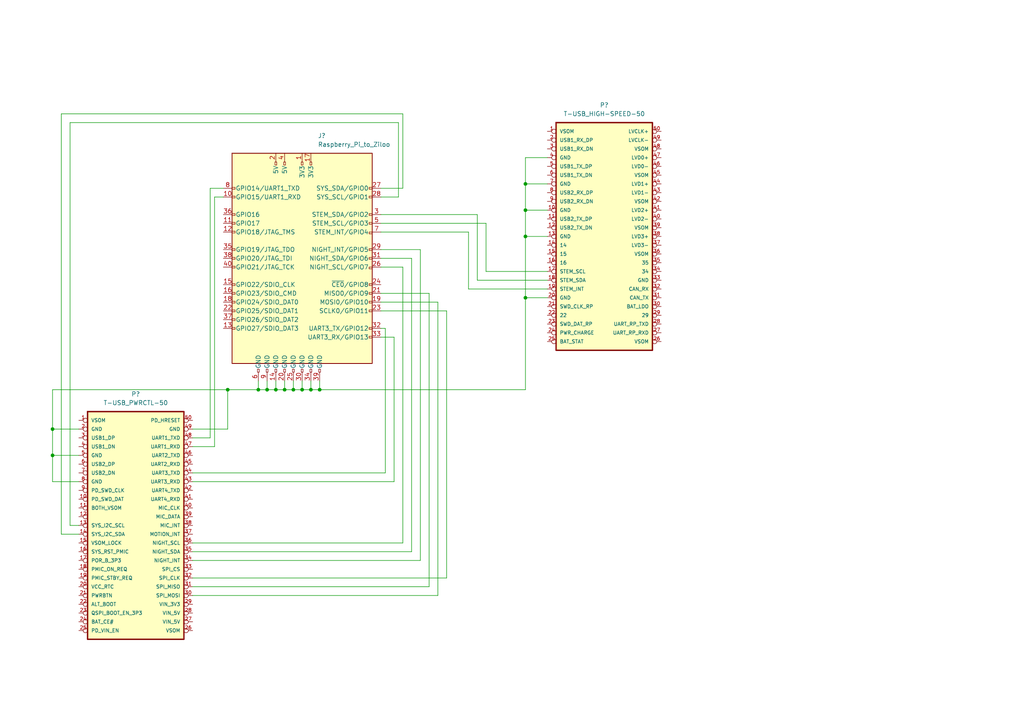
<source format=kicad_sch>
(kicad_sch (version 20211123) (generator eeschema)
  (paper "A4")
  (title_block (title "Raspberry Pi GPIO Programming connector"))
  (lib_symbols
    (symbol "Connector:Raspberry_Pi_to_Ziloo" (pin_names (offset 1.016))
      (property "Reference" "J" (at -17.78 31.75 0))
      (property "Value" "Raspberry_Pi_to_Ziloo" (at 10.16 -31.75 0))
      (symbol "Raspberry_Pi_to_Ziloo_0_1"
        (rectangle (start -17.78 33.02) (end 22.86 -27.94) (stroke (width 0.254)) (fill (type background)))
      )
      (symbol "Raspberry_Pi_to_Ziloo_1_1"
        (rectangle (start -16.891 -17.526) (end -17.78 -18.034))
        (rectangle (start -16.891 -14.986) (end -17.78 -15.494))
        (rectangle (start -16.891 -12.446) (end -17.78 -12.954))
        (rectangle (start -16.891 -9.906) (end -17.78 -10.414))
        (rectangle (start -16.891 -7.366) (end -17.78 -7.874))
        (rectangle (start -16.891 -4.826) (end -17.78 -5.334))
        (rectangle (start -16.891 0.254) (end -17.78 -0.254))
        (rectangle (start -16.891 2.794) (end -17.78 2.286))
        (rectangle (start -16.891 5.334) (end -17.78 4.826))
        (rectangle (start -16.891 10.414) (end -17.78 9.906))
        (rectangle (start -16.891 12.954) (end -17.78 12.446))
        (rectangle (start -16.891 15.494) (end -17.78 14.986))
        (rectangle (start -16.891 20.574) (end -17.78 20.066))
        (rectangle (start -16.891 23.114) (end -17.78 22.606))
        (rectangle (start -10.414 -29.591) (end -9.906 -30.48))
        (rectangle (start -7.874 -29.591) (end -7.366 -30.48))
        (rectangle (start -5.334 -29.591) (end -4.826 -30.48))
        (rectangle (start -5.334 30.48) (end -4.826 29.591))
        (rectangle (start -2.794 -29.591) (end -2.286 -30.48))
        (rectangle (start -2.794 30.48) (end -2.286 29.591))
        (rectangle (start -0.254 -29.591) (end 0.254 -30.48))
        (rectangle (start 2.286 -29.591) (end 2.794 -30.48))
        (rectangle (start 2.286 30.48) (end 2.794 29.591))
        (rectangle (start 4.826 -29.591) (end 5.334 -30.48))
        (rectangle (start 4.826 30.48) (end 5.334 29.591))
        (rectangle (start 7.366 -29.591) (end 7.874 -30.48))
        (rectangle (start 22.86 -20.066) (end 21.971 -20.574))
        (rectangle (start 22.86 -17.526) (end 21.971 -18.034))
        (rectangle (start 22.86 -12.446) (end 21.971 -12.954))
        (rectangle (start 22.86 -9.906) (end 21.971 -10.414))
        (rectangle (start 22.86 -7.366) (end 21.971 -7.874))
        (rectangle (start 22.86 -4.826) (end 21.971 -5.334))
        (rectangle (start 22.86 0) (end 21.971 -0.508))
        (rectangle (start 22.86 2.794) (end 21.971 2.286))
        (rectangle (start 22.86 5.334) (end 21.971 4.826))
        (rectangle (start 22.86 10.16) (end 21.971 9.652))
        (rectangle (start 22.86 12.954) (end 21.971 12.446))
        (rectangle (start 22.86 15.494) (end 21.971 14.986))
        (rectangle (start 22.86 20.574) (end 21.971 20.066))
        (rectangle (start 22.86 23.114) (end 21.971 22.606))
        (pin power_in line (at 2.54 33.02 270) (length 2.54) (name "3V3") (number "1"))
        (pin bidirectional line (at -20.32 20.32 0) (length 2.54) (name "GPIO15/UART1_RXD") (number "10"))
        (pin bidirectional line (at -20.32 12.7 0) (length 2.54) (name "GPIO17") (number "11"))
        (pin bidirectional line (at -20.32 10.16 0) (length 2.54) (name "GPIO18/JTAG_TMS") (number "12"))
        (pin bidirectional line (at -20.32 -17.78 0) (length 2.54) (name "GPIO27/SDIO_DAT3") (number "13"))
        (pin power_in line (at -5.08 -33.02 90) (length 2.54) (name "GND") (number "14"))
        (pin bidirectional line (at -20.32 -5.08 0) (length 2.54) (name "GPIO22/SDIO_CLK") (number "15"))
        (pin bidirectional line (at -20.32 -7.62 0) (length 2.54) (name "GPIO23/SDIO_CMD") (number "16"))
        (pin power_in line (at 5.08 33.02 270) (length 2.54) (name "3V3") (number "17"))
        (pin bidirectional line (at -20.32 -10.16 0) (length 2.54) (name "GPIO24/SDIO_DAT0") (number "18"))
        (pin bidirectional line (at 25.4 -10.16 180) (length 2.54) (name "MOSI0/GPIO10") (number "19"))
        (pin power_in line (at -5.08 33.02 270) (length 2.54) (name "5V") (number "2"))
        (pin power_in line (at -2.54 -33.02 90) (length 2.54) (name "GND") (number "20"))
        (pin bidirectional line (at 25.4 -7.62 180) (length 2.54) (name "MISO0/GPIO9") (number "21"))
        (pin bidirectional line (at -20.32 -12.7 0) (length 2.54) (name "GPIO25/SDIO_DAT1") (number "22"))
        (pin bidirectional line (at 25.4 -12.7 180) (length 2.54) (name "SCLK0/GPIO11") (number "23"))
        (pin bidirectional line (at 25.4 -5.08 180) (length 2.54) (name "~{CE0}/GPIO8") (number "24"))
        (pin power_in line (at 0 -33.02 90) (length 2.54) (name "GND") (number "25"))
        (pin bidirectional line (at 25.4 0 180) (length 2.54) (name "NIGHT_SCL/GPIO7") (number "26"))
        (pin bidirectional line (at 25.4 22.86 180) (length 2.54) (name "SYS_SDA/GPIO0") (number "27"))
        (pin bidirectional line (at 25.4 20.32 180) (length 2.54) (name "SYS_SCL/GPIO1") (number "28"))
        (pin bidirectional line (at 25.4 5.08 180) (length 2.54) (name "NIGHT_INT/GPIO5") (number "29"))
        (pin bidirectional line (at 25.4 15.24 180) (length 2.54) (name "STEM_SDA/GPIO2") (number "3"))
        (pin power_in line (at 2.54 -33.02 90) (length 2.54) (name "GND") (number "30"))
        (pin bidirectional line (at 25.4 2.54 180) (length 2.54) (name "NIGHT_SDA/GPIO6") (number "31"))
        (pin bidirectional line (at 25.4 -17.78 180) (length 2.54) (name "UART3_TX/GPIO12") (number "32"))
        (pin bidirectional line (at 25.4 -20.32 180) (length 2.54) (name "UART3_RX/GPIO13") (number "33"))
        (pin power_in line (at 5.08 -33.02 90) (length 2.54) (name "GND") (number "34"))
        (pin bidirectional line (at -20.32 5.08 0) (length 2.54) (name "GPIO19/JTAG_TDO") (number "35"))
        (pin bidirectional line (at -20.32 15.24 0) (length 2.54) (name "GPIO16") (number "36"))
        (pin bidirectional line (at -20.32 -15.24 0) (length 2.54) (name "GPIO26/SDIO_DAT2") (number "37"))
        (pin bidirectional line (at -20.32 2.54 0) (length 2.54) (name "GPIO20/JTAG_TDI") (number "38"))
        (pin power_in line (at 7.62 -33.02 90) (length 2.54) (name "GND") (number "39"))
        (pin power_in line (at -2.54 33.02 270) (length 2.54) (name "5V") (number "4"))
        (pin bidirectional line (at -20.32 0 0) (length 2.54) (name "GPIO21/JTAG_TCK") (number "40"))
        (pin bidirectional line (at 25.4 12.7 180) (length 2.54) (name "STEM_SCL/GPIO3") (number "5"))
        (pin power_in line (at -10.16 -33.02 90) (length 2.54) (name "GND") (number "6"))
        (pin bidirectional line (at 25.4 10.16 180) (length 2.54) (name "STEM_INT/GPIO4") (number "7"))
        (pin bidirectional line (at -20.32 22.86 0) (length 2.54) (name "GPIO14/UART1_TXD") (number "8"))
        (pin power_in line (at -7.62 -33.02 90) (length 2.54) (name "GND") (number "9"))
      )
    )
    (symbol "DF40C-50DS:T-USB_HIGH-SPEED-50" (pin_names (offset 1.016))
      (property "Reference" "P" (at -16.51 33.6804 0))
      (property "Value" "T-USB_HIGH-SPEED-50" (at -11.4554 -36.8808 0))
      (symbol "T-USB_HIGH-SPEED-50_0_0"
        (rectangle (start -13.97 -33.02) (end 13.97 33.02) (stroke (width 0.4064)) (fill (type background)))
        (pin passive inverted (at -16.51 30.48 0) (length 2.54) (name "VSOM") (number "1"))
        (pin passive inverted (at -16.51 7.62 0) (length 2.54) (name "GND") (number "10"))
        (pin passive inverted (at -16.51 5.08 0) (length 2.54) (name "USB2_TX_DP") (number "11"))
        (pin passive inverted (at -16.51 2.54 0) (length 2.54) (name "USB2_TX_DN") (number "12"))
        (pin passive inverted (at -16.51 0 0) (length 2.54) (name "GND") (number "13"))
        (pin passive inverted (at -16.51 -2.54 0) (length 2.54) (name "14") (number "14"))
        (pin passive inverted (at -16.51 -5.08 0) (length 2.54) (name "15") (number "15"))
        (pin passive inverted (at -16.51 -7.62 0) (length 2.54) (name "16") (number "16"))
        (pin passive inverted (at -16.51 -10.16 0) (length 2.54) (name "STEM_SCL") (number "17"))
        (pin passive inverted (at -16.51 -12.7 0) (length 2.54) (name "STEM_SDA") (number "18"))
        (pin passive inverted (at -16.51 -15.24 0) (length 2.54) (name "STEM_INT") (number "19"))
        (pin passive inverted (at -16.51 27.94 0) (length 2.54) (name "USB1_RX_DP") (number "2"))
        (pin passive inverted (at -16.51 -17.78 0) (length 2.54) (name "GND") (number "20"))
        (pin passive inverted (at -16.51 -20.32 0) (length 2.54) (name "SWD_CLK_RP") (number "21"))
        (pin passive inverted (at -16.51 -22.86 0) (length 2.54) (name "22") (number "22"))
        (pin passive inverted (at -16.51 -25.4 0) (length 2.54) (name "SWD_DAT_RP") (number "23"))
        (pin passive inverted (at -16.51 -27.94 0) (length 2.54) (name "PWR_CHARGE") (number "24"))
        (pin passive inverted (at -16.51 -30.48 0) (length 2.54) (name "BAT_STAT") (number "25"))
        (pin passive inverted (at 16.51 -30.48 180) (length 2.54) (name "VSOM") (number "26"))
        (pin passive inverted (at 16.51 -27.94 180) (length 2.54) (name "UART_RP_RXD") (number "27"))
        (pin passive inverted (at 16.51 -25.4 180) (length 2.54) (name "UART_RP_TXD") (number "28"))
        (pin passive inverted (at 16.51 -22.86 180) (length 2.54) (name "29") (number "29"))
        (pin passive inverted (at -16.51 25.4 0) (length 2.54) (name "USB1_RX_DN") (number "3"))
        (pin passive inverted (at 16.51 -20.32 180) (length 2.54) (name "BAT_LDO") (number "30"))
        (pin passive inverted (at 16.51 -17.78 180) (length 2.54) (name "CAN_TX") (number "31"))
        (pin passive inverted (at 16.51 -15.24 180) (length 2.54) (name "CAN_RX") (number "32"))
        (pin passive inverted (at 16.51 -12.7 180) (length 2.54) (name "GND") (number "33"))
        (pin passive inverted (at 16.51 -10.16 180) (length 2.54) (name "34") (number "34"))
        (pin passive inverted (at 16.51 -7.62 180) (length 2.54) (name "35") (number "35"))
        (pin passive inverted (at 16.51 -5.08 180) (length 2.54) (name "VSOM") (number "36"))
        (pin passive inverted (at 16.51 -2.54 180) (length 2.54) (name "LVD3-") (number "37"))
        (pin passive inverted (at 16.51 0 180) (length 2.54) (name "LVD3+") (number "38"))
        (pin passive inverted (at 16.51 2.54 180) (length 2.54) (name "VSOM") (number "39"))
        (pin passive inverted (at -16.51 22.86 0) (length 2.54) (name "GND") (number "4"))
        (pin passive inverted (at 16.51 5.08 180) (length 2.54) (name "LVD2-") (number "40"))
        (pin passive inverted (at 16.51 7.62 180) (length 2.54) (name "LVD2+") (number "41"))
        (pin passive inverted (at 16.51 10.16 180) (length 2.54) (name "VSOM") (number "42"))
        (pin passive inverted (at 16.51 12.7 180) (length 2.54) (name "LVD1-") (number "43"))
        (pin passive inverted (at 16.51 15.24 180) (length 2.54) (name "LVD1+") (number "44"))
        (pin passive inverted (at 16.51 17.78 180) (length 2.54) (name "VSOM") (number "45"))
        (pin passive inverted (at 16.51 20.32 180) (length 2.54) (name "LVD0-") (number "46"))
        (pin passive inverted (at 16.51 22.86 180) (length 2.54) (name "LVD0+") (number "47"))
        (pin passive inverted (at 16.51 25.4 180) (length 2.54) (name "VSOM") (number "48"))
        (pin passive inverted (at 16.51 27.94 180) (length 2.54) (name "LVCLK-") (number "49"))
        (pin passive inverted (at -16.51 20.32 0) (length 2.54) (name "USB1_TX_DP") (number "5"))
        (pin passive inverted (at 16.51 30.48 180) (length 2.54) (name "LVCLK+") (number "50"))
        (pin passive inverted (at -16.51 17.78 0) (length 2.54) (name "USB1_TX_DN") (number "6"))
        (pin passive inverted (at -16.51 15.24 0) (length 2.54) (name "GND") (number "7"))
        (pin passive inverted (at -16.51 12.7 0) (length 2.54) (name "USB2_RX_DP") (number "8"))
        (pin passive inverted (at -16.51 10.16 0) (length 2.54) (name "USB2_RX_DN") (number "9"))
      )
    )
    (symbol "DF40C-50DS:T-USB_PWRCTL-50" (pin_names (offset 1.016))
      (property "Reference" "P" (at -16.51 33.6804 0))
      (property "Value" "T-USB_PWRCTL-50" (at -11.4554 -36.8808 0))
      (symbol "T-USB_PWRCTL-50_0_0"
        (rectangle (start -13.97 -33.02) (end 13.97 33.02) (stroke (width 0.4064)) (fill (type background)))
        (pin passive inverted (at -16.51 30.48 0) (length 2.54) (name "VSOM") (number "1"))
        (pin passive inverted (at -16.51 7.62 0) (length 2.54) (name "PD_SWD_DAT") (number "10"))
        (pin passive inverted (at -16.51 5.08 0) (length 2.54) (name "BOTH_VSOM") (number "11"))
        (pin passive inverted (at -16.51 2.54 0) (length 2.54) (name "") (number "12"))
        (pin passive inverted (at -16.51 0 0) (length 2.54) (name "SYS_I2C_SCL") (number "13"))
        (pin passive inverted (at -16.51 -2.54 0) (length 2.54) (name "SYS_I2C_SDA") (number "14"))
        (pin passive inverted (at -16.51 -5.08 0) (length 2.54) (name "VSOM_LOCK") (number "15"))
        (pin passive inverted (at -16.51 -7.62 0) (length 2.54) (name "SYS_RST_PMIC") (number "16"))
        (pin passive inverted (at -16.51 -10.16 0) (length 2.54) (name "POR_B_3P3") (number "17"))
        (pin passive inverted (at -16.51 -12.7 0) (length 2.54) (name "PMIC_ON_REQ") (number "18"))
        (pin passive inverted (at -16.51 -15.24 0) (length 2.54) (name "PMIC_STBY_REQ") (number "19"))
        (pin passive inverted (at -16.51 27.94 0) (length 2.54) (name "GND") (number "2"))
        (pin passive inverted (at -16.51 -17.78 0) (length 2.54) (name "VCC_RTC") (number "20"))
        (pin passive inverted (at -16.51 -20.32 0) (length 2.54) (name "PWRBTN") (number "21"))
        (pin passive inverted (at -16.51 -22.86 0) (length 2.54) (name "ALT_BOOT") (number "22"))
        (pin passive inverted (at -16.51 -25.4 0) (length 2.54) (name "QSPI_BOOT_EN_3P3") (number "23"))
        (pin passive inverted (at -16.51 -27.94 0) (length 2.54) (name "BAT_CE#") (number "24"))
        (pin passive inverted (at -16.51 -30.48 0) (length 2.54) (name "PD_VIN_EN") (number "25"))
        (pin passive inverted (at 16.51 -30.48 180) (length 2.54) (name "VSOM") (number "26"))
        (pin passive inverted (at 16.51 -27.94 180) (length 2.54) (name "VIN_5V") (number "27"))
        (pin passive inverted (at 16.51 -25.4 180) (length 2.54) (name "VIN_5V") (number "28"))
        (pin passive inverted (at 16.51 -22.86 180) (length 2.54) (name "VIN_3V3") (number "29"))
        (pin passive inverted (at -16.51 25.4 0) (length 2.54) (name "USB1_DP") (number "3"))
        (pin passive inverted (at 16.51 -20.32 180) (length 2.54) (name "SPI_MOSI") (number "30"))
        (pin passive inverted (at 16.51 -17.78 180) (length 2.54) (name "SPI_MISO") (number "31"))
        (pin passive inverted (at 16.51 -15.24 180) (length 2.54) (name "SPI_CLK") (number "32"))
        (pin passive inverted (at 16.51 -12.7 180) (length 2.54) (name "SPI_CS") (number "33"))
        (pin passive inverted (at 16.51 -10.16 180) (length 2.54) (name "NIGHT_INT") (number "34"))
        (pin passive inverted (at 16.51 -7.62 180) (length 2.54) (name "NIGHT_SDA") (number "35"))
        (pin passive inverted (at 16.51 -5.08 180) (length 2.54) (name "NIGHT_SCL") (number "36"))
        (pin passive inverted (at 16.51 -2.54 180) (length 2.54) (name "MOTION_INT") (number "37"))
        (pin passive inverted (at 16.51 0 180) (length 2.54) (name "MIC_INT") (number "38"))
        (pin passive inverted (at 16.51 2.54 180) (length 2.54) (name "MIC_DATA") (number "39"))
        (pin passive inverted (at -16.51 22.86 0) (length 2.54) (name "USB1_DN") (number "4"))
        (pin passive inverted (at 16.51 5.08 180) (length 2.54) (name "MIC_CLK") (number "40"))
        (pin passive inverted (at 16.51 7.62 180) (length 2.54) (name "UART4_RXD") (number "41"))
        (pin passive inverted (at 16.51 10.16 180) (length 2.54) (name "UART4_TXD") (number "42"))
        (pin passive inverted (at 16.51 12.7 180) (length 2.54) (name "UART3_RXD") (number "43"))
        (pin passive inverted (at 16.51 15.24 180) (length 2.54) (name "UART3_TXD") (number "44"))
        (pin passive inverted (at 16.51 17.78 180) (length 2.54) (name "UART2_RXD") (number "45"))
        (pin passive inverted (at 16.51 20.32 180) (length 2.54) (name "UART2_TXD") (number "46"))
        (pin passive inverted (at 16.51 22.86 180) (length 2.54) (name "UART1_RXD") (number "47"))
        (pin passive inverted (at 16.51 25.4 180) (length 2.54) (name "UART1_TXD") (number "48"))
        (pin passive inverted (at 16.51 27.94 180) (length 2.54) (name "GND") (number "49"))
        (pin passive inverted (at -16.51 20.32 0) (length 2.54) (name "GND") (number "5"))
        (pin passive inverted (at 16.51 30.48 180) (length 2.54) (name "PD_HRESET") (number "50"))
        (pin passive inverted (at -16.51 17.78 0) (length 2.54) (name "USB2_DP") (number "6"))
        (pin passive inverted (at -16.51 15.24 0) (length 2.54) (name "USB2_DN") (number "7"))
        (pin passive inverted (at -16.51 12.7 0) (length 2.54) (name "GND") (number "8"))
        (pin passive inverted (at -16.51 10.16 0) (length 2.54) (name "PD_SWD_CLK") (number "9"))
      )
    )
  )
  (junction (at 92.71 113.03))
  (junction (at 152.4 53.34))
  (junction (at 80.01 113.03))
  (junction (at 82.55 113.03))
  (junction (at 152.4 68.58))
  (junction (at 74.93 113.03))
  (junction (at 152.4 60.96))
  (junction (at 15.24 124.46))
  (junction (at 77.47 113.03))
  (junction (at 85.09 113.03))
  (junction (at 90.17 113.03))
  (junction (at 87.63 113.03))
  (junction (at 15.24 132.08))
  (junction (at 152.4 86.36))
  (junction (at 66.04 113.03))
  (wire (pts (xy 138.43 62.23) (xy 138.43 81.28)))
  (wire (pts (xy 80.01 113.03) (xy 77.47 113.03)))
  (wire (pts (xy 22.86 154.94) (xy 17.78 154.94)))
  (wire (pts (xy 55.88 167.64) (xy 129.54 167.64)))
  (wire (pts (xy 62.23 129.54) (xy 55.88 129.54)))
  (wire (pts (xy 121.92 162.56) (xy 55.88 162.56)))
  (wire (pts (xy 17.78 154.94) (xy 17.78 33.02)))
  (wire (pts (xy 110.49 95.25) (xy 111.76 95.25)))
  (wire (pts (xy 92.71 113.03) (xy 152.4 113.03)))
  (wire (pts (xy 110.49 64.77) (xy 140.97 64.77)))
  (wire (pts (xy 111.76 95.25) (xy 111.76 137.16)))
  (wire (pts (xy 90.17 113.03) (xy 87.63 113.03)))
  (wire (pts (xy 138.43 81.28) (xy 158.75 81.28)))
  (wire (pts (xy 85.09 110.49) (xy 85.09 113.03)))
  (wire (pts (xy 152.4 86.36) (xy 152.4 68.58)))
  (wire (pts (xy 60.96 54.61) (xy 60.96 127)))
  (wire (pts (xy 82.55 113.03) (xy 80.01 113.03)))
  (wire (pts (xy 74.93 113.03) (xy 66.04 113.03)))
  (wire (pts (xy 111.76 137.16) (xy 55.88 137.16)))
  (wire (pts (xy 115.57 35.56) (xy 115.57 57.15)))
  (wire (pts (xy 55.88 124.46) (xy 66.04 124.46)))
  (wire (pts (xy 152.4 60.96) (xy 152.4 53.34)))
  (wire (pts (xy 152.4 60.96) (xy 158.75 60.96)))
  (wire (pts (xy 124.46 170.18) (xy 124.46 85.09)))
  (wire (pts (xy 152.4 68.58) (xy 152.4 60.96)))
  (wire (pts (xy 20.32 152.4) (xy 20.32 35.56)))
  (wire (pts (xy 129.54 90.17) (xy 110.49 90.17)))
  (wire (pts (xy 110.49 67.31) (xy 135.89 67.31)))
  (wire (pts (xy 114.3 139.7) (xy 114.3 97.79)))
  (wire (pts (xy 152.4 68.58) (xy 158.75 68.58)))
  (wire (pts (xy 82.55 110.49) (xy 82.55 113.03)))
  (wire (pts (xy 116.84 33.02) (xy 116.84 54.61)))
  (wire (pts (xy 64.77 57.15) (xy 62.23 57.15)))
  (wire (pts (xy 110.49 62.23) (xy 138.43 62.23)))
  (wire (pts (xy 152.4 53.34) (xy 158.75 53.34)))
  (wire (pts (xy 55.88 139.7) (xy 114.3 139.7)))
  (wire (pts (xy 15.24 139.7) (xy 22.86 139.7)))
  (wire (pts (xy 119.38 160.02) (xy 55.88 160.02)))
  (wire (pts (xy 124.46 85.09) (xy 110.49 85.09)))
  (wire (pts (xy 140.97 78.74) (xy 158.75 78.74)))
  (wire (pts (xy 20.32 35.56) (xy 115.57 35.56)))
  (wire (pts (xy 85.09 113.03) (xy 82.55 113.03)))
  (wire (pts (xy 15.24 132.08) (xy 22.86 132.08)))
  (wire (pts (xy 152.4 45.72) (xy 158.75 45.72)))
  (wire (pts (xy 152.4 86.36) (xy 158.75 86.36)))
  (wire (pts (xy 140.97 64.77) (xy 140.97 78.74)))
  (wire (pts (xy 129.54 167.64) (xy 129.54 90.17)))
  (wire (pts (xy 90.17 110.49) (xy 90.17 113.03)))
  (wire (pts (xy 127 172.72) (xy 127 87.63)))
  (wire (pts (xy 115.57 57.15) (xy 110.49 57.15)))
  (wire (pts (xy 152.4 53.34) (xy 152.4 45.72)))
  (wire (pts (xy 15.24 113.03) (xy 15.24 124.46)))
  (wire (pts (xy 127 87.63) (xy 110.49 87.63)))
  (wire (pts (xy 110.49 77.47) (xy 116.84 77.47)))
  (wire (pts (xy 110.49 72.39) (xy 121.92 72.39)))
  (wire (pts (xy 77.47 110.49) (xy 77.47 113.03)))
  (wire (pts (xy 62.23 57.15) (xy 62.23 129.54)))
  (wire (pts (xy 114.3 97.79) (xy 110.49 97.79)))
  (wire (pts (xy 92.71 113.03) (xy 90.17 113.03)))
  (wire (pts (xy 74.93 110.49) (xy 74.93 113.03)))
  (wire (pts (xy 119.38 74.93) (xy 119.38 160.02)))
  (wire (pts (xy 77.47 113.03) (xy 74.93 113.03)))
  (wire (pts (xy 121.92 72.39) (xy 121.92 162.56)))
  (wire (pts (xy 66.04 113.03) (xy 15.24 113.03)))
  (wire (pts (xy 17.78 33.02) (xy 116.84 33.02)))
  (wire (pts (xy 87.63 113.03) (xy 85.09 113.03)))
  (wire (pts (xy 87.63 110.49) (xy 87.63 113.03)))
  (wire (pts (xy 15.24 132.08) (xy 15.24 139.7)))
  (wire (pts (xy 60.96 127) (xy 55.88 127)))
  (wire (pts (xy 66.04 113.03) (xy 66.04 124.46)))
  (wire (pts (xy 55.88 170.18) (xy 124.46 170.18)))
  (wire (pts (xy 116.84 77.47) (xy 116.84 157.48)))
  (wire (pts (xy 15.24 124.46) (xy 15.24 132.08)))
  (wire (pts (xy 64.77 54.61) (xy 60.96 54.61)))
  (wire (pts (xy 80.01 110.49) (xy 80.01 113.03)))
  (wire (pts (xy 116.84 157.48) (xy 55.88 157.48)))
  (wire (pts (xy 55.88 172.72) (xy 127 172.72)))
  (wire (pts (xy 135.89 67.31) (xy 135.89 83.82)))
  (wire (pts (xy 116.84 54.61) (xy 110.49 54.61)))
  (wire (pts (xy 92.71 110.49) (xy 92.71 113.03)))
  (wire (pts (xy 15.24 124.46) (xy 22.86 124.46)))
  (wire (pts (xy 22.86 152.4) (xy 20.32 152.4)))
  (wire (pts (xy 135.89 83.82) (xy 158.75 83.82)))
  (wire (pts (xy 152.4 86.36) (xy 152.4 113.03)))
  (wire (pts (xy 110.49 74.93) (xy 119.38 74.93)))
  (symbol (lib_id "DF40C-50DS:T-USB_HIGH-SPEED-50") (at 175.26 68.58 0) (unit 1)
    (property "Reference" "P?" (at 175.26 30.48 0))
    (property "Value" "T-USB_HIGH-SPEED-50" (at 175.26 33.02 0))
    (property "Footprint" "HRS_DF40C-50DS-0.4V(51)" (effects hide))
    (property "MANUFACTURER" "Hirose Electric Co Ltd" (effects hide))
  )
  (symbol (lib_id "DF40C-50DS:T-USB_PWRCTL-50") (at 39.37 152.4 0) (unit 1)
    (property "Reference" "P?" (at 39.37 114.3 0))
    (property "Value" "T-USB_PWRCTL-50" (at 39.37 116.84 0))
    (property "Footprint" "HRS_DF40C-50DS-0.4V(51)" (effects hide))
    (property "MANUFACTURER" "Hirose Electric Co Ltd" (effects hide))
  )
  (symbol (lib_id "Connector:Raspberry_Pi_to_Ziloo") (at 85.09 77.47 0) (unit 1)
    (property "Reference" "J?" (at 92.1894 39.37 0) (effects (justify left)))
    (property "Value" "Raspberry_Pi_to_Ziloo" (at 92.1894 41.91 0) (effects (justify left)))
    (property "Datasheet" "https://www.raspberrypi.org/documentation/hardware/raspberrypi/schematics/rpi_SCH_3bplus_1p0_reduced.pdf" (effects hide))
  )
)
</source>
